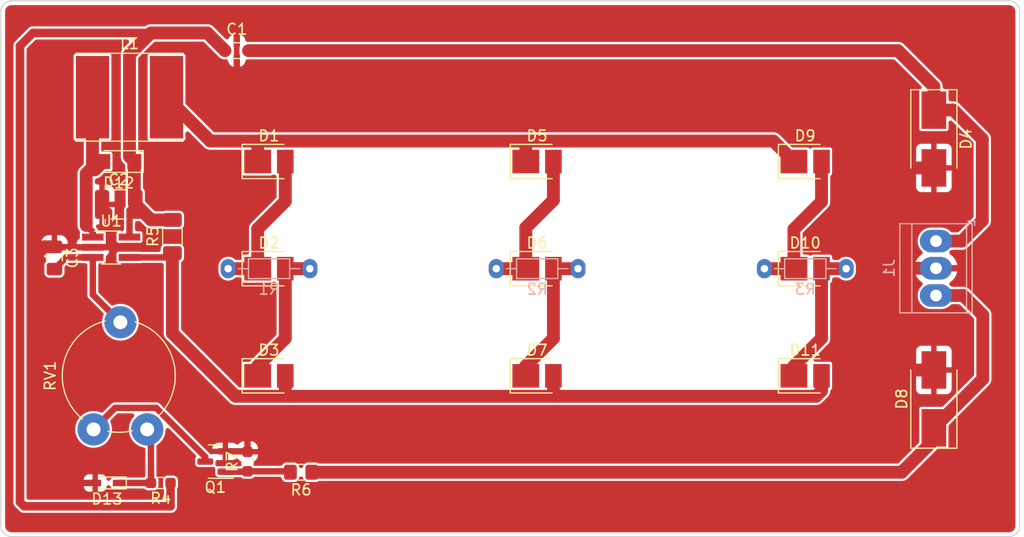
<source format=kicad_pcb>
(kicad_pcb (version 20211014) (generator pcbnew)
  (layers (0 "F.Cu" signal) (31 "B.Cu" signal) (34 "B.Paste" user) (35 "F.Paste" user) (36 "B.SilkS" user "B.Silkscreen") (37 "F.SilkS" user "F.Silkscreen") (38 "B.Mask" user) (39 "F.Mask" user) (44 "Edge.Cuts" user))
  (net 0 "")
  (net 1 "GND")
  (net 2 "Net-(C1-Pad3)")
  (net 3 "+12V")
  (net 4 "Net-(C3-Pad2)")
  (net 5 "Net-(D1-Pad1)")
  (net 6 "Net-(D1-Pad2)")
  (net 7 "Net-(D2-Pad2)")
  (net 8 "Net-(D11-Pad2)")
  (net 9 "Net-(D8-Pad1)")
  (net 10 "Net-(D5-Pad2)")
  (net 11 "Net-(D6-Pad2)")
  (net 12 "Net-(D10-Pad1)")
  (net 13 "Net-(Q1-Pad1)")
  (net 14 "Net-(Q1-Pad3)")
  (net 15 "Net-(D10-Pad2)")
  (net 16 "Net-(D12-Pad2)")
  (net 17 "Net-(D13-Pad1)")
  (footprint "LED_SMD:LED_PLCC_2835_Handsoldering" (layer "F.Cu") (at 175 95)
    (fp_text reference "D11" (at 0 -2.4) (layer "F.SilkS"))
    (fp_text value "JE2835AWT")
    (fp_line (start 1.4 1.6) (end -2.5 1.6) (layer "F.SilkS") (width 0.12))
    (fp_line (start 1.4 -1.6) (end -2.5 -1.6) (layer "F.SilkS") (width 0.12))
    (fp_line (start -2.5 -1.6) (end -2.5 1.6) (layer "F.SilkS") (width 0.12))
    (pad "1" smd rect (at -1.05 0) (size 2.5 2.2) (layers "F.Cu" "F.Paste" "F.Mask") (net 15 "Net-(D10-Pad2)"))
    (pad "2" smd rect (at 1.525 0) (size 1.55 2.2) (layers "F.Cu" "F.Paste" "F.Mask") (net 8 "Net-(D11-Pad2)"))
  )
  (footprint "Capacitor_SMD:C_0805_2012Metric_Pad1.18x1.45mm_HandSolder" (layer "F.Cu") (at 105 84 -90)
    (fp_text reference "C3" (at 0 -1.68 90) (layer "F.SilkS"))
    (fp_text value "1µF 25V")
    (fp_line (start -0.261252 -0.735) (end 0.261252 -0.735) (layer "F.SilkS") (width 0.12))
    (fp_line (start -0.261252 0.735) (end 0.261252 0.735) (layer "F.SilkS") (width 0.12))
    (pad "1" smd roundrect (at -1.0375 0 270) (size 1.175 1.45) (layers "F.Cu" "F.Paste" "F.Mask") (roundrect_rratio 0.212766) (net 1 "GND"))
    (pad "2" smd roundrect (at 1.0375 0 270) (size 1.175 1.45) (layers "F.Cu" "F.Paste" "F.Mask") (roundrect_rratio 0.212766) (net 4 "Net-(C3-Pad2)"))
  )
  (footprint "LED_SMD:LED_PLCC_2835_Handsoldering" (layer "F.Cu") (at 175 75)
    (fp_text reference "D9" (at 0 -2.4) (layer "F.SilkS"))
    (fp_text value "JE2835AWT")
    (fp_line (start 1.4 1.6) (end -2.5 1.6) (layer "F.SilkS") (width 0.12))
    (fp_line (start 1.4 -1.6) (end -2.5 -1.6) (layer "F.SilkS") (width 0.12))
    (fp_line (start -2.5 -1.6) (end -2.5 1.6) (layer "F.SilkS") (width 0.12))
    (pad "1" smd rect (at -1.05 0) (size 2.5 2.2) (layers "F.Cu" "F.Paste" "F.Mask") (net 5 "Net-(D1-Pad1)"))
    (pad "2" smd rect (at 1.525 0) (size 1.55 2.2) (layers "F.Cu" "F.Paste" "F.Mask") (net 12 "Net-(D10-Pad1)"))
  )
  (footprint "Inductor_SMD:L_Taiyo-Yuden_NR-80xx_HandSoldering" (layer "F.Cu") (at 112 69)
    (fp_text reference "L1" (at 0 -5) (layer "F.SilkS"))
    (fp_text value "68µH")
    (fp_line (start -5 -4.1) (end 5 -4.1) (layer "F.SilkS") (width 0.12))
    (fp_line (start -5 4.1) (end 5 4.1) (layer "F.SilkS") (width 0.12))
    (pad "1" smd rect (at -3.45 0) (size 3.1 7.7) (layers "F.Cu" "F.Paste" "F.Mask") (net 16 "Net-(D12-Pad2)"))
    (pad "2" smd rect (at 3.45 0) (size 3.1 7.7) (layers "F.Cu" "F.Paste" "F.Mask") (net 5 "Net-(D1-Pad1)"))
  )
  (footprint "LED_SMD:LED_PLCC_2835_Handsoldering" (layer "F.Cu") (at 150 85)
    (fp_text reference "D6" (at 0 -2.4) (layer "F.SilkS"))
    (fp_text value "N/A")
    (fp_line (start -2.5 -1.6) (end -2.5 1.6) (layer "F.SilkS") (width 0.12))
    (fp_line (start 1.4 1.6) (end -2.5 1.6) (layer "F.SilkS") (width 0.12))
    (fp_line (start 1.4 -1.6) (end -2.5 -1.6) (layer "F.SilkS") (width 0.12))
    (pad "1" smd rect (at -1.05 0) (size 2.5 2.2) (layers "F.Cu" "F.Paste" "F.Mask") (net 10 "Net-(D5-Pad2)"))
    (pad "2" smd rect (at 1.525 0) (size 1.55 2.2) (layers "F.Cu" "F.Paste" "F.Mask") (net 11 "Net-(D6-Pad2)"))
  )
  (footprint "Resistor_SMD:R_1206_3216Metric_Pad1.30x1.75mm_HandSolder" (layer "F.Cu") (at 116 82 90)
    (fp_text reference "R5" (at 0 -1.82 90) (layer "F.SilkS"))
    (fp_text value "0.3Ω")
    (fp_line (start -0.727064 0.91) (end 0.727064 0.91) (layer "F.SilkS") (width 0.12))
    (fp_line (start -0.727064 -0.91) (end 0.727064 -0.91) (layer "F.SilkS") (width 0.12))
    (pad "1" smd roundrect (at -1.55 0 90) (size 1.3 1.75) (layers "F.Cu" "F.Paste" "F.Mask") (roundrect_rratio 0.192308) (net 8 "Net-(D11-Pad2)"))
    (pad "2" smd roundrect (at 1.55 0 90) (size 1.3 1.75) (layers "F.Cu" "F.Paste" "F.Mask") (roundrect_rratio 0.192308) (net 3 "+12V"))
  )
  (footprint "LED_SMD:LED_PLCC_2835_Handsoldering" (layer "F.Cu") (at 175 85)
    (fp_text reference "D10" (at 0 -2.4) (layer "F.SilkS"))
    (fp_text value "N/A")
    (fp_line (start 1.4 -1.6) (end -2.5 -1.6) (layer "F.SilkS") (width 0.12))
    (fp_line (start -2.5 -1.6) (end -2.5 1.6) (layer "F.SilkS") (width 0.12))
    (fp_line (start 1.4 1.6) (end -2.5 1.6) (layer "F.SilkS") (width 0.12))
    (pad "1" smd rect (at -1.05 0) (size 2.5 2.2) (layers "F.Cu" "F.Paste" "F.Mask") (net 12 "Net-(D10-Pad1)"))
    (pad "2" smd rect (at 1.525 0) (size 1.55 2.2) (layers "F.Cu" "F.Paste" "F.Mask") (net 15 "Net-(D10-Pad2)"))
  )
  (footprint "local:C_filter_0805" (layer "F.Cu") (at 122 64.65)
    (fp_text reference "C1" (at 0 -2 unlocked) (layer "F.SilkS"))
    (fp_text value "100n")
    (fp_line (start -0.261252 0.735) (end 0.261252 0.735) (layer "F.SilkS") (width 0.12))
    (fp_line (start -0.261252 -0.735) (end 0.261252 -0.735) (layer "F.SilkS") (width 0.12))
    (pad "1" smd roundrect (at -1.1 0) (size 0.8 0.8) (layers "F.Cu" "F.Paste" "F.Mask") (roundrect_rratio 0.212766) (net 3 "+12V"))
    (pad "2" smd roundrect (at 0 0.65) (size 0.6 0.7) (layers "F.Cu" "F.Paste" "F.Mask") (roundrect_rratio 0.212766) (net 1 "GND"))
    (pad "2" smd roundrect (at 0 -0.65) (size 0.6 0.7) (layers "F.Cu" "F.Paste" "F.Mask") (roundrect_rratio 0.212766) (net 1 "GND"))
    (pad "3" smd roundrect (at 1.1 0) (size 0.8 0.8) (layers "F.Cu" "F.Paste" "F.Mask") (roundrect_rratio 0.212766) (net 2 "Net-(C1-Pad3)"))
  )
  (footprint "Potentiometer_THT:Potentiometer_Piher_PT-10-V10_Vertical" (layer "F.Cu") (at 113.65 100 90)
    (fp_text reference "RV1" (at 5 -9.05 90) (layer "F.SilkS"))
    (fp_text value "1M")
    (fp_arc (start -0.11439 -1.375119) (mid -0.269093 -2.512295) (end -0.174 -3.656) (layer "F.SilkS") (width 0.12))
    (fp_arc (start 0.963379 -6.038474) (mid 6.186565 -7.784991) (end 10.114 -3.924) (layer "F.SilkS") (width 0.12))
    (fp_arc (start 5.09203 2.619358) (mid 2.983245 2.219015) (end 1.209 1.011) (layer "F.SilkS") (width 0.12))
    (fp_arc (start 10.039726 -1.109201) (mid 8.134716 1.586326) (end 5 2.62) (layer "F.SilkS") (width 0.12))
    (pad "1" thru_hole circle (at 0 0 90) (size 3 3) (drill 1.3) (layers *.Cu *.Mask) (net 17 "Net-(D13-Pad1)"))
    (pad "2" thru_hole circle (at 10 -2.5 90) (size 3 3) (drill 1.3) (layers *.Cu *.Mask) (net 4 "Net-(C3-Pad2)"))
    (pad "3" thru_hole circle (at 0 -5 90) (size 3 3) (drill 1.3) (layers *.Cu *.Mask) (net 14 "Net-(Q1-Pad3)"))
  )
  (footprint "LED_SMD:LED_PLCC_2835_Handsoldering" (layer "F.Cu") (at 150 95)
    (fp_text reference "D7" (at 0 -2.4) (layer "F.SilkS"))
    (fp_text value "JE2835AWT")
    (fp_line (start -2.5 -1.6) (end -2.5 1.6) (layer "F.SilkS") (width 0.12))
    (fp_line (start 1.4 1.6) (end -2.5 1.6) (layer "F.SilkS") (width 0.12))
    (fp_line (start 1.4 -1.6) (end -2.5 -1.6) (layer "F.SilkS") (width 0.12))
    (pad "1" smd rect (at -1.05 0) (size 2.5 2.2) (layers "F.Cu" "F.Paste" "F.Mask") (net 11 "Net-(D6-Pad2)"))
    (pad "2" smd rect (at 1.525 0) (size 1.55 2.2) (layers "F.Cu" "F.Paste" "F.Mask") (net 8 "Net-(D11-Pad2)"))
  )
  (footprint "Package_TO_SOT_SMD:SOT-23" (layer "F.Cu") (at 120 103 180)
    (fp_text reference "Q1" (at 0 -2.4) (layer "F.SilkS"))
    (fp_text value "BSS123")
    (fp_line (start 0 -1.56) (end 0.65 -1.56) (layer "F.SilkS") (width 0.12))
    (fp_line (start 0 1.56) (end -0.65 1.56) (layer "F.SilkS") (width 0.12))
    (fp_line (start 0 1.56) (end 0.65 1.56) (layer "F.SilkS") (width 0.12))
    (fp_line (start 0 -1.56) (end -1.675 -1.56) (layer "F.SilkS") (width 0.12))
    (pad "1" smd roundrect (at -0.9375 -0.95 180) (size 1.475 0.6) (layers "F.Cu" "F.Paste" "F.Mask") (net 13 "Net-(Q1-Pad1)"))
    (pad "2" smd roundrect (at -0.9375 0.95 180) (size 1.475 0.6) (layers "F.Cu" "F.Paste" "F.Mask") (net 1 "GND"))
    (pad "3" smd roundrect (at 0.9375 0 180) (size 1.475 0.6) (layers "F.Cu" "F.Paste" "F.Mask") (net 14 "Net-(Q1-Pad3)"))
  )
  (footprint "Package_TO_SOT_SMD:TSOT-23-5_HandSoldering" (layer "F.Cu") (at 110.29 83)
    (fp_text reference "U1" (at 0 -2.45) (layer "F.SilkS"))
    (fp_text value "AL8861")
    (fp_line (start -0.88 1.56) (end 0.88 1.56) (layer "F.SilkS") (width 0.12))
    (fp_line (start 0.88 -1.51) (end -1.55 -1.51) (layer "F.SilkS") (width 0.12))
    (pad "1" smd rect (at -1.71 -0.95) (size 2 0.65) (layers "F.Cu" "F.Paste" "F.Mask") (net 16 "Net-(D12-Pad2)"))
    (pad "2" smd rect (at -1.71 0) (size 2 0.65) (layers "F.Cu" "F.Paste" "F.Mask") (net 1 "GND"))
    (pad "3" smd rect (at -1.71 0.95) (size 2 0.65) (layers "F.Cu" "F.Paste" "F.Mask") (net 4 "Net-(C3-Pad2)"))
    (pad "4" smd rect (at 1.71 0.95) (size 2 0.65) (layers "F.Cu" "F.Paste" "F.Mask") (net 8 "Net-(D11-Pad2)"))
    (pad "5" smd rect (at 1.71 -0.95) (size 2 0.65) (layers "F.Cu" "F.Paste" "F.Mask") (net 3 "+12V"))
  )
  (footprint "Resistor_SMD:R_0805_2012Metric_Pad1.20x1.40mm_HandSolder" (layer "F.Cu") (at 128 104 180)
    (fp_text reference "R6" (at 0 -1.65) (layer "F.SilkS"))
    (fp_text value "10K")
    (fp_line (start -0.227064 0.735) (end 0.227064 0.735) (layer "F.SilkS") (width 0.12))
    (fp_line (start -0.227064 -0.735) (end 0.227064 -0.735) (layer "F.SilkS") (width 0.12))
    (pad "1" smd roundrect (at -1 0 180) (size 1.2 1.4) (layers "F.Cu" "F.Paste" "F.Mask") (roundrect_rratio 0.208333) (net 9 "Net-(D8-Pad1)"))
    (pad "2" smd roundrect (at 1 0 180) (size 1.2 1.4) (layers "F.Cu" "F.Paste" "F.Mask") (roundrect_rratio 0.208333) (net 13 "Net-(Q1-Pad1)"))
  )
  (footprint "LED_SMD:LED_PLCC_2835_Handsoldering" (layer "F.Cu") (at 150 75)
    (fp_text reference "D5" (at 0 -2.4) (layer "F.SilkS"))
    (fp_text value "JE2835AWT")
    (fp_line (start 1.4 1.6) (end -2.5 1.6) (layer "F.SilkS") (width 0.12))
    (fp_line (start -2.5 -1.6) (end -2.5 1.6) (layer "F.SilkS") (width 0.12))
    (fp_line (start 1.4 -1.6) (end -2.5 -1.6) (layer "F.SilkS") (width 0.12))
    (pad "1" smd rect (at -1.05 0) (size 2.5 2.2) (layers "F.Cu" "F.Paste" "F.Mask") (net 5 "Net-(D1-Pad1)"))
    (pad "2" smd rect (at 1.525 0) (size 1.55 2.2) (layers "F.Cu" "F.Paste" "F.Mask") (net 10 "Net-(D5-Pad2)"))
  )
  (footprint "LED_SMD:LED_PLCC_2835_Handsoldering" (layer "F.Cu") (at 125 95)
    (fp_text reference "D3" (at 0 -2.4) (layer "F.SilkS"))
    (fp_text value "JE2835AWT")
    (fp_line (start 1.4 1.6) (end -2.5 1.6) (layer "F.SilkS") (width 0.12))
    (fp_line (start -2.5 -1.6) (end -2.5 1.6) (layer "F.SilkS") (width 0.12))
    (fp_line (start 1.4 -1.6) (end -2.5 -1.6) (layer "F.SilkS") (width 0.12))
    (pad "1" smd rect (at -1.05 0) (size 2.5 2.2) (layers "F.Cu" "F.Paste" "F.Mask") (net 7 "Net-(D2-Pad2)"))
    (pad "2" smd rect (at 1.525 0) (size 1.55 2.2) (layers "F.Cu" "F.Paste" "F.Mask") (net 8 "Net-(D11-Pad2)"))
  )
  (footprint "Diode_SMD:D_SMF" (layer "F.Cu") (at 111 75 180)
    (fp_text reference "D12" (at 0 -2) (layer "F.SilkS"))
    (fp_text value "SL04-GS08")
    (fp_line (start -2.28 1.01) (end 1.4 1.01) (layer "F.SilkS") (width 0.12))
    (fp_line (start -2.28 -1.01) (end 1.4 -1.01) (layer "F.SilkS") (width 0.12))
    (fp_line (start -2.28 -1.01) (end -2.28 1.01) (layer "F.SilkS") (width 0.12))
    (pad "1" smd rect (at -1.45 0 180) (size 1.3 1.4) (layers "F.Cu" "F.Paste" "F.Mask") (net 3 "+12V"))
    (pad "2" smd rect (at 1.45 0 180) (size 1.3 1.4) (layers "F.Cu" "F.Paste" "F.Mask") (net 16 "Net-(D12-Pad2)"))
  )
  (footprint "Resistor_SMD:R_0603_1608Metric_Pad0.98x0.95mm_HandSolder" (layer "F.Cu") (at 114.9125 105 180)
    (fp_text reference "R4" (at 0 -1.43) (layer "F.SilkS"))
    (fp_text value "976K")
    (fp_line (start -0.254724 0.5225) (end 0.254724 0.5225) (layer "F.SilkS") (width 0.12))
    (fp_line (start -0.254724 -0.5225) (end 0.254724 -0.5225) (layer "F.SilkS") (width 0.12))
    (pad "1" smd roundrect (at -0.9125 0 180) (size 0.975 0.95) (layers "F.Cu" "F.Paste" "F.Mask") (net 3 "+12V"))
    (pad "2" smd roundrect (at 0.9125 0 180) (size 0.975 0.95) (layers "F.Cu" "F.Paste" "F.Mask") (net 17 "Net-(D13-Pad1)"))
  )
  (footprint "Capacitor_SMD:C_1210_3225Metric_Pad1.33x2.70mm_HandSolder" (layer "F.Cu") (at 111 79)
    (fp_text reference "C2" (at 0 -2.3) (layer "F.SilkS"))
    (fp_text value "10µF25V")
    (fp_line (start -0.711252 -1.36) (end 0.711252 -1.36) (layer "F.SilkS") (width 0.12))
    (fp_line (start -0.711252 1.36) (end 0.711252 1.36) (layer "F.SilkS") (width 0.12))
    (pad "1" smd roundrect (at -1.5625 0) (size 1.325 2.7) (layers "F.Cu" "F.Paste" "F.Mask") (roundrect_rratio 0.188679) (net 1 "GND"))
    (pad "2" smd roundrect (at 1.5625 0) (size 1.325 2.7) (layers "F.Cu" "F.Paste" "F.Mask") (roundrect_rratio 0.188679) (net 3 "+12V"))
  )
  (footprint "Diode_SMD:D_SMB_Handsoldering" (layer "F.Cu") (at 187 72.898 -90)
    (fp_text reference "D4" (at 0 -3 90) (layer "F.SilkS"))
    (fp_text value "SMBJ16A")
    (fp_line (start -4.6 -2.15) (end -4.6 2.15) (layer "F.SilkS") (width 0.12))
    (fp_line (start -4.6 2.15) (end 2.7 2.15) (layer "F.SilkS") (width 0.12))
    (fp_line (start -4.6 -2.15) (end 2.7 -2.15) (layer "F.SilkS") (width 0.12))
    (pad "1" smd rect (at -2.7 0 270) (size 3.5 2.3) (layers "F.Cu" "F.Paste" "F.Mask") (net 2 "Net-(C1-Pad3)"))
    (pad "2" smd rect (at 2.7 0 270) (size 3.5 2.3) (layers "F.Cu" "F.Paste" "F.Mask") (net 1 "GND"))
  )
  (footprint "LED_SMD:LED_PLCC_2835_Handsoldering" (layer "F.Cu") (at 125 85)
    (fp_text reference "D2" (at 0 -2.4) (layer "F.SilkS"))
    (fp_text value "N/A")
    (fp_line (start 1.4 -1.6) (end -2.5 -1.6) (layer "F.SilkS") (width 0.12))
    (fp_line (start -2.5 -1.6) (end -2.5 1.6) (layer "F.SilkS") (width 0.12))
    (fp_line (start 1.4 1.6) (end -2.5 1.6) (layer "F.SilkS") (width 0.12))
    (pad "1" smd rect (at -1.05 0) (size 2.5 2.2) (layers "F.Cu" "F.Paste" "F.Mask") (net 6 "Net-(D1-Pad2)"))
    (pad "2" smd rect (at 1.525 0) (size 1.55 2.2) (layers "F.Cu" "F.Paste" "F.Mask") (net 7 "Net-(D2-Pad2)"))
  )
  (footprint "Diode_SMD:D_SC-80_HandSoldering" (layer "F.Cu") (at 109.9 105 180)
    (fp_text reference "D13" (at 0 -1.5) (layer "F.SilkS"))
    (fp_text value "2.7V")
    (fp_line (start -1.8 0.55) (end 0.7 0.55) (layer "F.SilkS") (width 0.12))
    (fp_line (start -1.8 -0.55) (end -1.8 0.55) (layer "F.SilkS") (width 0.12))
    (fp_line (start -1.8 -0.55) (end 0.7 -0.55) (layer "F.SilkS") (width 0.12))
    (pad "1" smd rect (at -1.1 0 180) (size 1.1 0.6) (layers "F.Cu" "F.Paste" "F.Mask") (net 17 "Net-(D13-Pad1)"))
    (pad "2" smd rect (at 1.1 0 180) (size 1.1 0.6) (layers "F.Cu" "F.Paste" "F.Mask") (net 1 "GND"))
  )
  (footprint "Resistor_SMD:R_0603_1608Metric_Pad0.98x0.95mm_HandSolder" (layer "F.Cu") (at 123 103 90)
    (fp_text reference "R7" (at 0 -1.43 90) (layer "F.SilkS"))
    (fp_text value "976K")
    (fp_line (start -0.254724 0.5225) (end 0.254724 0.5225) (layer "F.SilkS") (width 0.12))
    (fp_line (start -0.254724 -0.5225) (end 0.254724 -0.5225) (layer "F.SilkS") (width 0.12))
    (pad "1" smd roundrect (at -0.9125 0 90) (size 0.975 0.95) (layers "F.Cu" "F.Paste" "F.Mask") (net 13 "Net-(Q1-Pad1)"))
    (pad "2" smd roundrect (at 0.9125 0 90) (size 0.975 0.95) (layers "F.Cu" "F.Paste" "F.Mask") (net 1 "GND"))
  )
  (footprint "LED_SMD:LED_PLCC_2835_Handsoldering" (layer "F.Cu") (at 125 75)
    (fp_text reference "D1" (at 0 -2.4) (layer "F.SilkS"))
    (fp_text value "JE2835AWT")
    (fp_line (start -2.5 -1.6) (end -2.5 1.6) (layer "F.SilkS") (width 0.12))
    (fp_line (start 1.4 1.6) (end -2.5 1.6) (layer "F.SilkS") (width 0.12))
    (fp_line (start 1.4 -1.6) (end -2.5 -1.6) (layer "F.SilkS") (width 0.12))
    (pad "1" smd rect (at -1.05 0) (size 2.5 2.2) (layers "F.Cu" "F.Paste" "F.Mask") (net 5 "Net-(D1-Pad1)"))
    (pad "2" smd rect (at 1.525 0) (size 1.55 2.2) (layers "F.Cu" "F.Paste" "F.Mask") (net 6 "Net-(D1-Pad2)"))
  )
  (footprint "Diode_SMD:D_SMB_Handsoldering" (layer "F.Cu") (at 187 97.155 90)
    (fp_text reference "D8" (at 0 -3 90) (layer "F.SilkS"))
    (fp_text value "SMBJ16A")
    (fp_line (start -4.6 -2.15) (end 2.7 -2.15) (layer "F.SilkS") (width 0.12))
    (fp_line (start -4.6 -2.15) (end -4.6 2.15) (layer "F.SilkS") (width 0.12))
    (fp_line (start -4.6 2.15) (end 2.7 2.15) (layer "F.SilkS") (width 0.12))
    (pad "1" smd rect (at -2.7 0 90) (size 3.5 2.3) (layers "F.Cu" "F.Paste" "F.Mask") (net 9 "Net-(D8-Pad1)"))
    (pad "2" smd rect (at 2.7 0 90) (size 3.5 2.3) (layers "F.Cu" "F.Paste" "F.Mask") (net 1 "GND"))
  )
  (footprint "Resistor_THT:R_Axial_DIN0204_L3.6mm_D1.6mm_P7.62mm_Horizontal" (layer "B.Cu") (at 121.2 85)
    (fp_text reference "R1" (at 3.81 1.92) (layer "B.SilkS") (effects (justify mirror)))
    (fp_text value "0")
    (fp_line (start 0.94 0) (end 1.89 0) (layer "B.SilkS") (width 0.12))
    (fp_line (start 5.73 0.92) (end 1.89 0.92) (layer "B.SilkS") (width 0.12))
    (fp_line (start 5.73 -0.92) (end 5.73 0.92) (layer "B.SilkS") (width 0.12))
    (fp_line (start 1.89 -0.92) (end 5.73 -0.92) (layer "B.SilkS") (width 0.12))
    (fp_line (start 1.89 0.92) (end 1.89 -0.92) (layer "B.SilkS") (width 0.12))
    (fp_line (start 6.68 0) (end 5.73 0) (layer "B.SilkS") (width 0.12))
    (pad "1" thru_hole oval (at 0 0) (size 1.4 1.8) (drill 0.7) (layers *.Cu *.Mask) (net 6 "Net-(D1-Pad2)"))
    (pad "2" thru_hole oval (at 7.62 0) (size 1.4 1.8) (drill 0.7) (layers *.Cu *.Mask) (net 7 "Net-(D2-Pad2)"))
  )
  (footprint "Resistor_THT:R_Axial_DIN0204_L3.6mm_D1.6mm_P7.62mm_Horizontal" (layer "B.Cu") (at 171.2 85)
    (fp_text reference "R3" (at 3.81 1.92) (layer "B.SilkS") (effects (justify mirror)))
    (fp_text value "0")
    (fp_line (start 1.89 0.92) (end 1.89 -0.92) (layer "B.SilkS") (width 0.12))
    (fp_line (start 1.89 -0.92) (end 5.73 -0.92) (layer "B.SilkS") (width 0.12))
    (fp_line (start 6.68 0) (end 5.73 0) (layer "B.SilkS") (width 0.12))
    (fp_line (start 0.94 0) (end 1.89 0) (layer "B.SilkS") (width 0.12))
    (fp_line (start 5.73 -0.92) (end 5.73 0.92) (layer "B.SilkS") (width 0.12))
    (fp_line (start 5.73 0.92) (end 1.89 0.92) (layer "B.SilkS") (width 0.12))
    (pad "1" thru_hole oval (at 0 0) (size 1.4 1.8) (drill 0.7) (layers *.Cu *.Mask) (net 12 "Net-(D10-Pad1)"))
    (pad "2" thru_hole oval (at 7.62 0) (size 1.4 1.8) (drill 0.7) (layers *.Cu *.Mask) (net 15 "Net-(D10-Pad2)"))
  )
  (footprint "Resistor_THT:R_Axial_DIN0204_L3.6mm_D1.6mm_P7.62mm_Horizontal" (layer "B.Cu") (at 146.2 85)
    (fp_text reference "R2" (at 3.81 1.92) (layer "B.SilkS") (effects (justify mirror)))
    (fp_text value "0")
    (fp_line (start 5.73 -0.92) (end 5.73 0.92) (layer "B.SilkS") (width 0.12))
    (fp_line (start 1.89 0.92) (end 1.89 -0.92) (layer "B.SilkS") (width 0.12))
    (fp_line (start 6.68 0) (end 5.73 0) (layer "B.SilkS") (width 0.12))
    (fp_line (start 5.73 0.92) (end 1.89 0.92) (layer "B.SilkS") (width 0.12))
    (fp_line (start 0.94 0) (end 1.89 0) (layer "B.SilkS") (width 0.12))
    (fp_line (start 1.89 -0.92) (end 5.73 -0.92) (layer "B.SilkS") (width 0.12))
    (pad "1" thru_hole oval (at 0 0) (size 1.4 1.8) (drill 0.7) (layers *.Cu *.Mask) (net 10 "Net-(D5-Pad2)"))
    (pad "2" thru_hole oval (at 7.62 0) (size 1.4 1.8) (drill 0.7) (layers *.Cu *.Mask) (net 11 "Net-(D6-Pad2)"))
  )
  (footprint "TerminalBlock_TE-Connectivity:TerminalBlock_TE_282834-3_1x03_P2.54mm_Horizontal" (layer "B.Cu") (at 187.198 82.423 -90)
    (fp_text reference "J1" (at 2.54 4.37 90) (layer "B.SilkS") (effects (justify mirror)))
    (fp_text value "Screw_Terminal_01x03")
    (fp_line (start -1.62 2.25) (end 6.7 2.25) (layer "B.SilkS") (width 0.12))
    (fp_line (start -1.62 3.37) (end -1.62 -3.37) (layer "B.SilkS") (width 0.12))
    (fp_line (start -1.62 -2.85) (end 6.7 -2.85) (layer "B.SilkS") (width 0.12))
    (fp_line (start -1.62 -3.37) (end 6.7 -3.37) (layer "B.SilkS") (width 0.12))
    (fp_line (start -1.86 -2.97) (end -1.86 -3.61) (layer "B.SilkS") (width 0.12))
    (fp_line (start -1.86 -3.61) (end -1.46 -3.61) (layer "B.SilkS") (width 0.12))
    (fp_line (start -1.62 3.37) (end 6.7 3.37) (layer "B.SilkS") (width 0.12))
    (fp_line (start 6.7 3.37) (end 6.7 -3.37) (layer "B.SilkS") (width 0.12))
    (pad "1" thru_hole oval (at 0 0 270) (size 2.1 3) (drill 1.1) (layers *.Cu *.Mask) (net 2 "Net-(C1-Pad3)"))
    (pad "2" thru_hole oval (at 2.54 0 270) (size 2.1 3) (drill 1.1) (layers *.Cu *.Mask) (net 1 "GND"))
    (pad "3" thru_hole oval (at 5.08 0 270) (size 2.1 3) (drill 1.1) (layers *.Cu *.Mask) (net 9 "Net-(D8-Pad1)"))
  )
  (gr_arc (start 195 109) (mid 194.707107 109.707107) (end 194 110) (layer "Edge.Cuts") (width 0.1))
  (gr_arc (start 101 110) (mid 100.292893 109.707107) (end 100 109) (layer "Edge.Cuts") (width 0.1))
  (gr_line (start 100 109) (end 100 61) (layer "Edge.Cuts") (width 0.1))
  (gr_line (start 195 61) (end 195 109) (layer "Edge.Cuts") (width 0.1))
  (gr_line (start 194 110) (end 101 110) (layer "Edge.Cuts") (width 0.1))
  (gr_arc (start 194 60) (mid 194.707107 60.292893) (end 195 61) (layer "Edge.Cuts") (width 0.1))
  (gr_line (start 101 60) (end 194 60) (layer "Edge.Cuts") (width 0.1))
  (gr_arc (start 100 61) (mid 100.292893 60.292893) (end 101 60) (layer "Edge.Cuts") (width 0.1))
  (segment (start 120.9375 102.05) (end 122.9625 102.05) (width 0.6) (layer "F.Cu") (net 1))
  (segment (start 104.0375 82.9625) (end 105 82.9625) (width 1.2) (layer "F.Cu") (net 1))
  (segment (start 122.246361 100.246361) (end 120.246361 100.246361) (width 1.2) (layer "F.Cu") (net 1))
  (segment (start 181.991 81.7) (end 181.991 71.991) (width 0.6) (layer "F.Cu") (net 1))
  (segment (start 190.863 84.963) (end 187.198 84.963) (width 0.6) (layer "F.Cu") (net 1))
  (segment (start 122.912 62) (end 187.3885 62) (width 0.6) (layer "F.Cu") (net 1))
  (segment (start 179.407639 100.246361) (end 123.246361 100.246361) (width 1.2) (layer "F.Cu") (net 1))
  (segment (start 182.118 83.058) (end 184.023 84.963) (width 1.2) (layer "F.Cu") (net 1))
  (segment (start 184.023 95.631) (end 179.407639 100.246361) (width 1.2) (layer "F.Cu") (net 1))
  (segment (start 177 67) (end 122.626 67) (width 0.6) (layer "F.Cu") (net 1))
  (segment (start 108.58 83) (end 105.0375 83) (width 0.6) (layer "F.Cu") (net 1))
  (segment (start 110.09 82.885) (end 110.09 79.6525) (width 0.6) (layer "F.Cu") (net 1))
  (segment (start 103 91) (end 103 84) (width 1.2) (layer "F.Cu") (net 1))
  (segment (start 106.778 105) (end 103.765 101.987) (width 0.6) (layer "F.Cu") (net 1))
  (segment (start 187.3885 62) (end 192.913 67.5245) (width 0.6) (layer "F.Cu") (net 1))
  (segment (start 122 64) (end 122 62.912) (width 0.6) (layer "F.Cu") (net 1))
  (segment (start 104.31 92.31) (end 103 91) (width 1.2) (layer "F.Cu") (net 1))
  (segment (start 184.023 84.963) (end 187.198 84.963) (width 1.2) (layer "F.Cu") (net 1))
  (segment (start 122 65.3) (end 122 64) (width 0.4) (layer "F.Cu") (net 1))
  (segment (start 122 66.374) (end 122 65.3) (width 0.6) (layer "F.Cu") (net 1))
  (segment (start 182.118 77.216) (end 182.118 83.058) (width 1.2) (layer "F.Cu") (net 1))
  (segment (start 123 102.0875) (end 123 100.492722) (width 0.6) (layer "F.Cu") (net 1))
  (segment (start 123.246361 100.246361) (end 122.246361 100.246361) (width 1.2) (layer "F.Cu") (net 1))
  (segment (start 108.8 105) (end 106.778 105) (width 0.6) (layer "F.Cu") (net 1))
  (segment (start 122 62.912) (end 122.912 62) (width 0.6) (layer "F.Cu") (net 1))
  (segment (start 103 84) (end 104.0375 82.9625) (width 1.2) (layer "F.Cu") (net 1))
  (segment (start 187 94.455) (end 184.498 94.455) (width 1.2) (layer "F.Cu") (net 1))
  (segment (start 109.975 83) (end 110.09 82.885) (width 0.6) (layer "F.Cu") (net 1))
  (segment (start 112.31 92.31) (end 104.31 92.31) (width 1.2) (layer "F.Cu") (net 1))
  (segment (start 192.913 82.913) (end 190.863 84.963) (width 0.6) (layer "F.Cu") (net 1))
  (segment (start 187 75.598) (end 183.736 75.598) (width 1.2) (layer "F.Cu") (net 1))
  (segment (start 120.246361 100.246361) (end 112.31 92.31) (width 1.2) (layer "F.Cu") (net 1))
  (segment (start 123 100.492722) (end 123.246361 100.246361) (width 0.6) (layer "F.Cu") (net 1))
  (segment (start 103.765 91.765) (end 103 91) (width 0.6) (layer "F.Cu") (net 1))
  (segment (start 122.626 67) (end 122 66.374) (width 0.6) (layer "F.Cu") (net 1))
  (segment (start 192.913 67.5245) (end 192.913 82.913) (width 0.6) (layer "F.Cu") (net 1))
  (segment (start 108.58 83) (end 109.975 83) (width 0.6) (layer "F.Cu") (net 1))
  (segment (start 184.498 94.455) (end 184.023 93.98) (width 1.2) (layer "F.Cu") (net 1))
  (segment (start 184.023 84.963) (end 184.023 93.98) (width 1.2) (layer "F.Cu") (net 1))
  (segment (start 184.023 93.98) (end 184.023 95.631) (width 1.2) (layer "F.Cu") (net 1))
  (segment (start 103.765 101.987) (end 103.765 91.765) (width 0.6) (layer "F.Cu") (net 1))
  (segment (start 183.736 75.598) (end 182.118 77.216) (width 1.2) (layer "F.Cu") (net 1))
  (segment (start 110.09 79.6525) (end 109.4375 79) (width 0.6) (layer "F.Cu") (net 1))
  (segment (start 181.991 71.991) (end 177 67) (width 0.6) (layer "F.Cu") (net 1))
  (segment (start 187 68) (end 183.65 64.65) (width 1.2) (layer "F.Cu") (net 2))
  (segment (start 191.516 80.518) (end 189.611 82.423) (width 1.2) (layer "F.Cu") (net 2))
  (segment (start 189.611 82.423) (end 187.198 82.423) (width 1.2) (layer "F.Cu") (net 2))
  (segment (start 183.65 64.65) (end 123.1 64.65) (width 1.2) (layer "F.Cu") (net 2))
  (segment (start 187 68) (end 187 70.198) (width 1.2) (layer "F.Cu") (net 2))
  (segment (start 188.816 70.198) (end 191.516 72.898) (width 1.2) (layer "F.Cu") (net 2))
  (segment (start 191.516 72.898) (end 191.516 80.518) (width 1.2) (layer "F.Cu") (net 2))
  (segment (start 187 70.198) (end 188.816 70.198) (width 1.2) (layer "F.Cu") (net 2))
  (segment (start 119.25 63) (end 120.9 64.65) (width 1.2) (layer "F.Cu") (net 3))
  (segment (start 115.825 105) (end 115.825 107.175) (width 0.8) (layer "F.Cu") (net 3))
  (segment (start 112.45 75) (end 112.45 78.8875) (width 1.2) (layer "F.Cu") (net 3))
  (segment (start 115.825 107.175) (end 102.175 107.175) (width 0.8) (layer "F.Cu") (net 3))
  (segment (start 112 79.5625) (end 112.5625 79) (width 0.6) (layer "F.Cu") (net 3))
  (segment (start 112 74.55) (end 112.45 75) (width 1.2) (layer "F.Cu") (net 3))
  (segment (start 112.45 78.8875) (end 112.5625 79) (width 1.2) (layer "F.Cu") (net 3))
  (segment (start 101.79 106.79) (end 101.79 64.21) (width 0.8) (layer "F.Cu") (net 3))
  (segment (start 112 65) (end 112 74.55) (width 1.2) (layer "F.Cu") (net 3))
  (segment (start 112 65) (end 114 63) (width 1.2) (layer "F.Cu") (net 3))
  (segment (start 112 82.05) (end 112 79.5625) (width 0.6) (layer "F.Cu") (net 3))
  (segment (start 114.0125 80.45) (end 112.5625 79) (width 1.2) (layer "F.Cu") (net 3))
  (segment (start 102.175 107.175) (end 101.79 106.79) (width 0.8) (layer "F.Cu") (net 3))
  (segment (start 116 80.45) (end 114.0125 80.45) (width 1.2) (layer "F.Cu") (net 3))
  (segment (start 103 63) (end 114 63) (width 0.8) (layer "F.Cu") (net 3))
  (segment (start 101.79 64.21) (end 103 63) (width 0.8) (layer "F.Cu") (net 3))
  (segment (start 114 63) (end 119.25 63) (width 1.2) (layer "F.Cu") (net 3))
  (segment (start 108.58 83.95) (end 108.58 87.43) (width 0.6) (layer "F.Cu") (net 4))
  (segment (start 108.58 87.43) (end 111.15 90) (width 0.6) (layer "F.Cu") (net 4))
  (segment (start 106.0875 83.95) (end 105 85.0375) (width 0.6) (layer "F.Cu") (net 4))
  (segment (start 108.58 83.95) (end 106.0875 83.95) (width 0.6) (layer "F.Cu") (net 4))
  (segment (start 173.95 75) (end 172.04 73.09) (width 1.2) (layer "F.Cu") (net 5))
  (segment (start 123.95 75) (end 123.95 73.23) (width 1.2) (layer "F.Cu") (net 5))
  (segment (start 148.95 75) (end 148.95 73.13) (width 1.2) (layer "F.Cu") (net 5))
  (segment (start 148.95 73.13) (end 148.91 73.09) (width 1.2) (layer "F.Cu") (net 5))
  (segment (start 124.09 73.09) (end 148.91 73.09) (width 1.2) (layer "F.Cu") (net 5))
  (segment (start 123.95 73.23) (end 124.09 73.09) (width 1.2) (layer "F.Cu") (net 5))
  (segment (start 172.04 73.09) (end 148.91 73.09) (width 1.2) (layer "F.Cu") (net 5))
  (segment (start 124.09 73.09) (end 119.54 73.09) (width 1.2) (layer "F.Cu") (net 5))
  (segment (start 119.54 73.09) (end 115.45 69) (width 1.2) (layer "F.Cu") (net 5))
  (segment (start 123.95 85) (end 121.2 85) (width 1.2) (layer "F.Cu") (net 6))
  (segment (start 126.525 75) (end 126.525 78.707) (width 1.2) (layer "F.Cu") (net 6))
  (segment (start 126.525 78.707) (end 123.95 81.282) (width 1.2) (layer "F.Cu") (net 6))
  (segment (start 123.95 81.282) (end 123.95 85) (width 1.2) (layer "F.Cu") (net 6))
  (segment (start 126.525 91.505) (end 123.95 94.08) (width 1.2) (layer "F.Cu") (net 7))
  (segment (start 126.525 91.505) (end 126.525 85) (width 1.2) (layer "F.Cu") (net 7))
  (segment (start 126.525 85) (end 128.82 85) (width 1.2) (layer "F.Cu") (net 7))
  (segment (start 123.95 94.08) (end 123.95 95) (width 1.2) (layer "F.Cu") (net 7))
  (segment (start 176.01 96.91) (end 151.91 96.91) (width 1.2) (layer "F.Cu") (net 8))
  (segment (start 126.525 95) (end 126.525 96.525) (width 1.2) (layer "F.Cu") (net 8))
  (segment (start 116 91.02) (end 116 83.55) (width 1.2) (layer "F.Cu") (net 8))
  (segment (start 151.525 95) (end 151.525 96.525) (width 1.2) (layer "F.Cu") (net 8))
  (segment (start 126.91 96.91) (end 121.89 96.91) (width 1.2) (layer "F.Cu") (net 8))
  (segment (start 126.525 96.525) (end 126.91 96.91) (width 1.2) (layer "F.Cu") (net 8))
  (segment (start 176.525 96.395) (end 176.01 96.91) (width 1.2) (layer "F.Cu") (net 8))
  (segment (start 121.89 96.91) (end 116 91.02) (width 1.2) (layer "F.Cu") (net 8))
  (segment (start 115.6 83.95) (end 116 83.55) (width 0.6) (layer "F.Cu") (net 8))
  (segment (start 112 83.95) (end 115.6 83.95) (width 0.6) (layer "F.Cu") (net 8))
  (segment (start 151.525 96.525) (end 151.91 96.91) (width 1.2) (layer "F.Cu") (net 8))
  (segment (start 126.91 96.91) (end 151.91 96.91) (width 1.2) (layer "F.Cu") (net 8))
  (segment (start 176.525 95) (end 176.525 96.395) (width 1.2) (layer "F.Cu") (net 8))
  (segment (start 189.738 87.503) (end 187.198 87.503) (width 1.2) (layer "F.Cu") (net 9))
  (segment (start 191.560521 95.294479) (end 191.560521 89.325521) (width 1.2) (layer "F.Cu") (net 9))
  (segment (start 129 104) (end 184 104) (width 1.2) (layer "F.Cu") (net 9))
  (segment (start 191.560521 89.325521) (end 189.738 87.503) (width 1.2) (layer "F.Cu") (net 9))
  (segment (start 187 99.855) (end 191.560521 95.294479) (width 1.2) (layer "F.Cu") (net 9))
  (segment (start 184 104) (end 187 101) (width 1.2) (layer "F.Cu") (net 9))
  (segment (start 148.95 81.174) (end 148.95 85) (width 1.2) (layer "F.Cu") (net 10))
  (segment (start 151.525 78.599) (end 148.95 81.174) (width 1.2) (layer "F.Cu") (net 10))
  (segment (start 151.525 75) (end 151.525 78.599) (width 1.2) (layer "F.Cu") (net 10))
  (segment (start 146.2 85) (end 148.95 85) (width 1.2) (layer "F.Cu") (net 10))
  (segment (start 151.525 85) (end 153.82 85) (width 1.2) (layer "F.Cu") (net 11))
  (segment (start 151.525 91.505) (end 148.95 94.08) (width 1.2) (layer "F.Cu") (net 11))
  (segment (start 151.525 91.505) (end 151.525 85) (width 1.2) (layer "F.Cu") (net 11))
  (segment (start 148.95 94.08) (end 148.95 95) (width 1.2) (layer "F.Cu") (net 11))
  (segment (start 176.525 78.745) (end 173.95 81.32) (width 1.2) (layer "F.Cu") (net 12))
  (segment (start 171.2 85) (end 173.95 85) (width 1.2) (layer "F.Cu") (net 12))
  (segment (start 176.525 75) (end 176.525 78.745) (width 1.2) (layer "F.Cu") (net 12))
  (segment (start 173.95 81.32) (end 173.95 85) (width 1.2) (layer "F.Cu") (net 12))
  (segment (start 123 103.9125) (end 126.9125 103.9125) (width 0.6) (layer "F.Cu") (net 13))
  (segment (start 120.9375 103.95) (end 122.9625 103.95) (width 0.6) (layer "F.Cu") (net 13))
  (segment (start 110.66 97.99) (end 114.48257 97.99) (width 0.6) (layer "F.Cu") (net 14))
  (segment (start 119.0625 102.56993) (end 119.0625 103) (width 0.6) (layer "F.Cu") (net 14))
  (segment (start 114.48257 97.99) (end 119.0625 102.56993) (width 0.6) (layer "F.Cu") (net 14))
  (segment (start 108.65 100) (end 110.66 97.99) (width 0.6) (layer "F.Cu") (net 14))
  (segment (start 176.525 85) (end 178.82 85) (width 1.2) (layer "F.Cu") (net 15))
  (segment (start 176.525 91.505) (end 173.95 94.08) (width 1.2) (layer "F.Cu") (net 15))
  (segment (start 173.95 94.08) (end 173.95 95) (width 1.2) (layer "F.Cu") (net 15))
  (segment (start 176.525 91.505) (end 176.525 85) (width 1.2) (layer "F.Cu") (net 15))
  (segment (start 107.965 76.135) (end 107.965 80.965) (width 1.2) (layer "F.Cu") (net 16))
  (segment (start 108.55 75.55) (end 107.965 76.135) (width 1.2) (layer "F.Cu") (net 16))
  (segment (start 108.58 82.05) (end 108.58 81.58) (width 0.6) (layer "F.Cu") (net 16))
  (segment (start 108.775 75.775) (end 109.55 75) (width 1.2) (layer "F.Cu") (net 16))
  (segment (start 108.58 81.58) (end 107.965 80.965) (width 0.6) (layer "F.Cu") (net 16))
  (segment (start 108.55 75.55) (end 108.775 75.775) (width 1.2) (layer "F.Cu") (net 16))
  (segment (start 108.55 69) (end 108.55 75.55) (width 1.2) (layer "F.Cu") (net 16))
  (segment (start 114 105) (end 111 105) (width 0.6) (layer "F.Cu") (net 17))
  (segment (start 114 105) (end 114 100.35) (width 0.6) (layer "F.Cu") (net 17))
  (zone (net 1) (net_name "GND") (layer "F.Cu") (connect_pads (clearance 0.21)) (min_thickness 0.4) (fill yes (thermal_gap 0.508) (thermal_bridge_width 0.508) (smoothing chamfer) (radius 1))
    (polygon (pts (xy 195.428 110) (xy 100 110) (xy 100 60) (xy 195.428 60)))
  )
)
</source>
